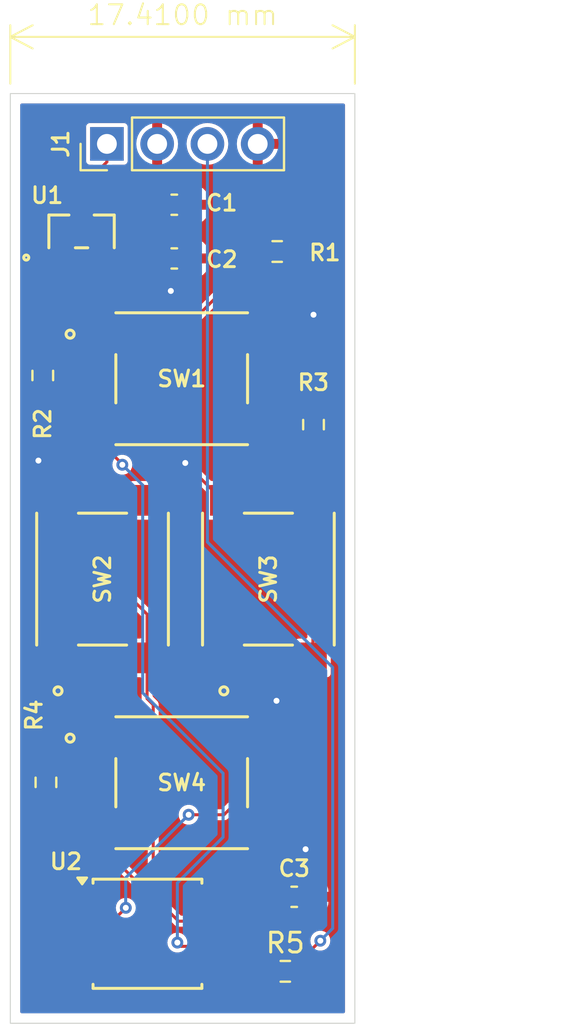
<source format=kicad_pcb>
(kicad_pcb (version 20240108) (generator "pcbnew") (generator_version "8.0")
  (layers (0 "F.Cu" signal) (31 "B.Cu" signal) (34 "B.Paste" user) (35 "F.Paste" user) (36 "B.SilkS" user "B.Silkscreen") (37 "F.SilkS" user "F.Silkscreen") (38 "B.Mask" user) (39 "F.Mask" user) (44 "Edge.Cuts" user))
  (net 0 "")
  (net 1 "VCC")
  (net 2 "GND")
  (net 3 "LED1")
  (net 4 "VDD_3.3V")
  (net 5 "SW_OUT1")
  (net 6 "SW_OUT2")
  (net 7 "SW_OUT3")
  (net 8 "SW_OUT4")
  (net 9 "Net-(U2-AREF{slash}PB0)")
  (footprint "Capacitor_SMD:C_0603_1608Metric" (layer "F.Cu") (at 192.425 71.14)
    (property "Reference" "C2" (at 2.404999 0.0496 0) (layer "F.SilkS") (effects (font (size 0.8 0.8))))
    (property "Value" "C")
    (fp_line (start -0.14058 -0.51) (end 0.14058 -0.51) (stroke (width 0.12)) (layer "F.SilkS"))
    (fp_line (start -0.14058 0.51) (end 0.14058 0.51) (stroke (width 0.12)) (layer "F.SilkS"))
    (pad "1" smd roundrect (at -0.775 0) (size 0.9 0.95) (layers "F.Cu" "F.Paste" "F.Mask") (net 4 "VDD_3.3V"))
    (pad "2" smd roundrect (at 0.775 0) (size 0.9 0.95) (layers "F.Cu" "F.Paste" "F.Mask") (net 2 "GND"))
  )
  (footprint "222AMVBAR:SO4_222A-M-V-B_CTS" (layer "F.Cu") (at 192.8 77.210001)
    (property "Reference" "SW1" (at 0 0 0) (layer "F.SilkS") (effects (font (size 0.8 0.8))))
    (property "Value" "222AMVBAR")
    (fp_line (start -3.3274 -1.217237) (end -3.3274 1.217237) (stroke (width 0.1524)) (layer "F.SilkS"))
    (fp_line (start -3.3274 3.3274) (end 3.3274 3.3274) (stroke (width 0.1524)) (layer "F.SilkS"))
    (fp_line (start 3.3274 -3.3274) (end -3.3274 -3.3274) (stroke (width 0.1524)) (layer "F.SilkS"))
    (fp_line (start 3.3274 1.217237) (end 3.3274 -1.217237) (stroke (width 0.1524)) (layer "F.SilkS"))
    (fp_circle (center -5.638999 -2.250001) (end -5.435799 -2.250001) (stroke (width 0.1524)) (fill none) (layer "F.SilkS"))
    (pad "1" smd rect (at -3.974998 -2.250001) (size 1.549908 1.400048) (layers "F.Cu" "F.Paste" "F.Mask"))
    (pad "2" smd rect (at -3.974998 2.250001) (size 1.549908 1.400048) (layers "F.Cu" "F.Paste" "F.Mask") (net 5 "SW_OUT1"))
    (pad "3" smd rect (at 3.974998 -2.250001) (size 1.549908 1.400048) (layers "F.Cu" "F.Paste" "F.Mask") (net 4 "VDD_3.3V"))
    (pad "4" smd rect (at 3.974998 2.250001) (size 1.549908 1.400048) (layers "F.Cu" "F.Paste" "F.Mask"))
  )
  (footprint "Package_SO:SOIC-8W_5.3x5.3mm_P1.27mm" (layer "F.Cu") (at 191.07 105.215)
    (property "Reference" "U2" (at -4.12 -3.645 360) (layer "F.SilkS") (effects (font (size 0.8 0.8))))
    (property "Value" "ATtiny85-20S")
    (fp_line (start -2.75 -2.755) (end -2.75 -2.55) (stroke (width 0.15)) (layer "F.SilkS"))
    (fp_line (start -2.75 -2.755) (end 2.75 -2.755) (stroke (width 0.15)) (layer "F.SilkS"))
    (fp_line (start -2.75 2.755) (end -2.75 2.55) (stroke (width 0.15)) (layer "F.SilkS"))
    (fp_line (start -2.75 2.755) (end 2.75 2.755) (stroke (width 0.15)) (layer "F.SilkS"))
    (fp_line (start 2.75 -2.755) (end 2.75 -2.55) (stroke (width 0.15)) (layer "F.SilkS"))
    (fp_line (start 2.75 2.755) (end 2.75 2.55) (stroke (width 0.15)) (layer "F.SilkS"))
    (fp_poly (pts (xy -3.3 -2.5) (xy -3.54 -2.83) (xy -3.06 -2.83) (xy -3.3 -2.5)) (stroke (width 0.12)) (fill solid) (layer "F.SilkS"))
    (pad "1" smd rect (at -3.65 -1.905) (size 1.7 0.65) (layers "F.Cu" "F.Paste" "F.Mask"))
    (pad "2" smd rect (at -3.65 -0.635) (size 1.7 0.65) (layers "F.Cu" "F.Paste" "F.Mask") (net 7 "SW_OUT3"))
    (pad "3" smd rect (at -3.65 0.635) (size 1.7 0.65) (layers "F.Cu" "F.Paste" "F.Mask") (net 8 "SW_OUT4"))
    (pad "4" smd rect (at -3.65 1.905) (size 1.7 0.65) (layers "F.Cu" "F.Paste" "F.Mask") (net 2 "GND"))
    (pad "5" smd rect (at 3.65 1.905) (size 1.7 0.65) (layers "F.Cu" "F.Paste" "F.Mask") (net 9 "Net-(U2-AREF{slash}PB0)"))
    (pad "6" smd rect (at 3.65 0.635) (size 1.7 0.65) (layers "F.Cu" "F.Paste" "F.Mask") (net 5 "SW_OUT1"))
    (pad "7" smd rect (at 3.65 -0.635) (size 1.7 0.65) (layers "F.Cu" "F.Paste" "F.Mask") (net 6 "SW_OUT2"))
    (pad "8" smd rect (at 3.65 -1.905) (size 1.7 0.65) (layers "F.Cu" "F.Paste" "F.Mask") (net 4 "VDD_3.3V"))
  )
  (footprint "Resistor_SMD:R_0603_1608Metric" (layer "F.Cu") (at 199.46 79.525 -90)
    (property "Reference" "R3" (at -2.125 0.01 180) (layer "F.SilkS") (effects (font (size 0.8 0.8))))
    (property "Value" "R")
    (fp_line (start -0.237258 0.5225) (end 0.237258 0.5225) (stroke (width 0.12)) (layer "F.SilkS"))
    (fp_line (start -0.237258 -0.5225) (end 0.237258 -0.5225) (stroke (width 0.12)) (layer "F.SilkS"))
    (pad "1" smd roundrect (at -0.825 0 270) (size 0.8 0.95) (layers "F.Cu" "F.Paste" "F.Mask") (net 2 "GND"))
    (pad "2" smd roundrect (at 0.825 0 270) (size 0.8 0.95) (layers "F.Cu" "F.Paste" "F.Mask") (net 7 "SW_OUT3"))
  )
  (footprint "Resistor_SMD:R_0603_1608Metric" (layer "F.Cu") (at 198.035 107.11)
    (property "Reference" "R5" (at 0 -1.43 0) (layer "F.SilkS"))
    (property "Value" "R")
    (fp_line (start -0.237258 -0.5225) (end 0.237258 -0.5225) (stroke (width 0.12)) (layer "F.SilkS"))
    (fp_line (start -0.237258 0.5225) (end 0.237258 0.5225) (stroke (width 0.12)) (layer "F.SilkS"))
    (pad "1" smd roundrect (at -0.825 0) (size 0.8 0.95) (layers "F.Cu" "F.Paste" "F.Mask") (net 9 "Net-(U2-AREF{slash}PB0)"))
    (pad "2" smd roundrect (at 0.825 0) (size 0.8 0.95) (layers "F.Cu" "F.Paste" "F.Mask") (net 3 "LED1"))
  )
  (footprint "Capacitor_SMD:C_0603_1608Metric" (layer "F.Cu") (at 192.425 68.43)
    (property "Reference" "C1" (at 2.395 -0.09 0) (layer "F.SilkS") (effects (font (size 0.8 0.8))))
    (property "Value" "C")
    (fp_line (start -0.14058 -0.51) (end 0.14058 -0.51) (stroke (width 0.12)) (layer "F.SilkS"))
    (fp_line (start -0.14058 0.51) (end 0.14058 0.51) (stroke (width 0.12)) (layer "F.SilkS"))
    (pad "1" smd roundrect (at -0.775 0) (size 0.9 0.95) (layers "F.Cu" "F.Paste" "F.Mask") (net 1 "VCC"))
    (pad "2" smd roundrect (at 0.775 0) (size 0.9 0.95) (layers "F.Cu" "F.Paste" "F.Mask") (net 2 "GND"))
  )
  (footprint "Capacitor_SMD:C_0603_1608Metric" (layer "F.Cu") (at 198.485 103.35)
    (property "Reference" "C3" (at 0 -1.43 0) (layer "F.SilkS") (effects (font (size 0.8 0.8))))
    (property "Value" "C")
    (fp_line (start -0.14058 -0.51) (end 0.14058 -0.51) (stroke (width 0.12)) (layer "F.SilkS"))
    (fp_line (start -0.14058 0.51) (end 0.14058 0.51) (stroke (width 0.12)) (layer "F.SilkS"))
    (pad "1" smd roundrect (at -0.775 0) (size 0.9 0.95) (layers "F.Cu" "F.Paste" "F.Mask") (net 4 "VDD_3.3V"))
    (pad "2" smd roundrect (at 0.775 0) (size 0.9 0.95) (layers "F.Cu" "F.Paste" "F.Mask") (net 2 "GND"))
  )
  (footprint "MCP1700T_2.5V:SOT-23_MC_MCH" (layer "F.Cu") (at 187.74 69.7752)
    (property "Reference" "U1" (at -1.74 -1.8152 0) (layer "F.SilkS") (effects (font (size 0.8 0.8))))
    (property "Value" "MCP1700")
    (fp_line (start -1.652 -0.827) (end -1.652 0.827) (stroke (width 0.1524)) (layer "F.SilkS"))
    (fp_line (start -0.63754 -0.827) (end -1.652 -0.827) (stroke (width 0.1524)) (layer "F.SilkS"))
    (fp_line (start -0.312461 0.827) (end 0.312461 0.827) (stroke (width 0.1524)) (layer "F.SilkS"))
    (fp_line (start 1.652 -0.827) (end 0.63754 -0.827) (stroke (width 0.1524)) (layer "F.SilkS"))
    (fp_line (start 1.652 0.827) (end 1.652 -0.827) (stroke (width 0.1524)) (layer "F.SilkS"))
    (fp_circle (center -2.795 1.32) (end -2.668 1.32) (stroke (width 0.1524)) (fill none) (layer "F.SilkS"))
    (pad "1" smd rect (at -0.950001 1.0152) (size 0.6096 1.3208) (layers "F.Cu" "F.Paste" "F.Mask") (net 2 "GND"))
    (pad "2" smd rect (at 0.950001 1.0152) (size 0.6096 1.3208) (layers "F.Cu" "F.Paste" "F.Mask") (net 4 "VDD_3.3V"))
    (pad "3" smd rect (at 0 -1.0152) (size 0.6096 1.3208) (layers "F.Cu" "F.Paste" "F.Mask") (net 1 "VCC"))
  )
  (footprint "222AMVBAR:SO4_222A-M-V-B_CTS" (layer "F.Cu") (at 197.180001 87.32 90)
    (property "Reference" "SW3" (at 0 0 90) (layer "F.SilkS") (effects (font (size 0.8 0.8))))
    (property "Value" "222AMVBAR")
    (fp_line (start 3.3274 -3.3274) (end -3.3274 -3.3274) (stroke (width 0.1524)) (layer "F.SilkS"))
    (fp_line (start -3.3274 -1.217237) (end -3.3274 1.217237) (stroke (width 0.1524)) (layer "F.SilkS"))
    (fp_line (start 3.3274 1.217237) (end 3.3274 -1.217237) (stroke (width 0.1524)) (layer "F.SilkS"))
    (fp_line (start -3.3274 3.3274) (end 3.3274 3.3274) (stroke (width 0.1524)) (layer "F.SilkS"))
    (fp_circle (center -5.638999 -2.250001) (end -5.435799 -2.250001) (stroke (width 0.1524)) (fill none) (layer "F.SilkS"))
    (pad "1" smd rect (at -3.974998 -2.250001 90) (size 1.549908 1.400048) (layers "F.Cu" "F.Paste" "F.Mask"))
    (pad "2" smd rect (at -3.974998 2.250001 90) (size 1.549908 1.400048) (layers "F.Cu" "F.Paste" "F.Mask") (net 7 "SW_OUT3"))
    (pad "3" smd rect (at 3.974998 -2.250001 90) (size 1.549908 1.400048) (layers "F.Cu" "F.Paste" "F.Mask") (net 4 "VDD_3.3V"))
    (pad "4" smd rect (at 3.974998 2.250001 90) (size 1.549908 1.400048) (layers "F.Cu" "F.Paste" "F.Mask"))
  )
  (footprint "Resistor_SMD:R_0603_1608Metric" (layer "F.Cu") (at 185.78 77.045 -90)
    (property "Reference" "R2" (at 2.445 0 90) (layer "F.SilkS") (effects (font (size 0.8 0.8))))
    (property "Value" "R")
    (fp_line (start -0.237258 0.5225) (end 0.237258 0.5225) (stroke (width 0.12)) (layer "F.SilkS"))
    (fp_line (start -0.237258 -0.5225) (end 0.237258 -0.5225) (stroke (width 0.12)) (layer "F.SilkS"))
    (pad "1" smd roundrect (at -0.825 0 270) (size 0.8 0.95) (layers "F.Cu" "F.Paste" "F.Mask") (net 2 "GND"))
    (pad "2" smd roundrect (at 0.825 0 270) (size 0.8 0.95) (layers "F.Cu" "F.Paste" "F.Mask") (net 6 "SW_OUT2"))
  )
  (footprint "Connector_PinHeader_2.54mm:PinHeader_1x04_P2.54mm_Vertical" (layer "F.Cu") (at 189.02 65.36 90)
    (property "Reference" "J1" (at 0 -2.33 -90) (layer "F.SilkS") (effects (font (size 0.8 0.8))))
    (property "Value" "Conn_01x04_Pin")
    (fp_line (start -1.33 -1.33) (end 0 -1.33) (stroke (width 0.12)) (layer "F.SilkS"))
    (fp_line (start -1.33 0) (end -1.33 -1.33) (stroke (width 0.12)) (layer "F.SilkS"))
    (fp_line (start 1.33 1.27) (end 1.33 8.95) (stroke (width 0.12)) (layer "F.SilkS"))
    (fp_line (start -1.33 1.27) (end 1.33 1.27) (stroke (width 0.12)) (layer "F.SilkS"))
    (fp_line (start -1.33 1.27) (end -1.33 8.95) (stroke (width 0.12)) (layer "F.SilkS"))
    (fp_line (start -1.33 8.95) (end 1.33 8.95) (stroke (width 0.12)) (layer "F.SilkS"))
    (pad "1" thru_hole rect (at 0 0 90) (size 1.7 1.7) (drill 1) (layers "*.Cu" "*.Mask") (net 1 "VCC"))
    (pad "2" thru_hole oval (at 0 2.54 90) (size 1.7 1.7) (drill 1) (layers "*.Cu" "*.Mask") (net 2 "GND"))
    (pad "3" thru_hole oval (at 0 5.08 90) (size 1.7 1.7) (drill 1) (layers "*.Cu" "*.Mask") (net 3 "LED1"))
    (pad "4" thru_hole oval (at 0 7.62 90) (size 1.7 1.7) (drill 1) (layers "*.Cu" "*.Mask") (net 2 "GND"))
  )
  (footprint "Resistor_SMD:R_0603_1608Metric" (layer "F.Cu") (at 197.625 70.79)
    (property "Reference" "R1" (at 2.405 0.06 0) (layer "F.SilkS") (effects (font (size 0.8 0.8))))
    (property "Value" "R")
    (fp_line (start -0.237258 -0.5225) (end 0.237258 -0.5225) (stroke (width 0.12)) (layer "F.SilkS"))
    (fp_line (start -0.237258 0.5225) (end 0.237258 0.5225) (stroke (width 0.12)) (layer "F.SilkS"))
    (pad "1" smd roundrect (at -0.825 0) (size 0.8 0.95) (layers "F.Cu" "F.Paste" "F.Mask") (net 2 "GND"))
    (pad "2" smd roundrect (at 0.825 0) (size 0.8 0.95) (layers "F.Cu" "F.Paste" "F.Mask") (net 5 "SW_OUT1"))
  )
  (footprint "222AMVBAR:SO4_222A-M-V-B_CTS" (layer "F.Cu") (at 192.8 97.593901)
    (property "Reference" "SW4" (at 0 0 0) (layer "F.SilkS") (effects (font (size 0.8 0.8))))
    (property "Value" "222AMVBAR")
    (fp_line (start -3.3274 -1.217237) (end -3.3274 1.217237) (stroke (width 0.1524)) (layer "F.SilkS"))
    (fp_line (start -3.3274 3.3274) (end 3.3274 3.3274) (stroke (width 0.1524)) (layer "F.SilkS"))
    (fp_line (start 3.3274 -3.3274) (end -3.3274 -3.3274) (stroke (width 0.1524)) (layer "F.SilkS"))
    (fp_line (start 3.3274 1.217237) (end 3.3274 -1.217237) (stroke (width 0.1524)) (layer "F.SilkS"))
    (fp_circle (center -5.638999 -2.250001) (end -5.435799 -2.250001) (stroke (width 0.1524)) (fill none) (layer "F.SilkS"))
    (pad "1" smd rect (at -3.974998 -2.250001) (size 1.549908 1.400048) (layers "F.Cu" "F.Paste" "F.Mask"))
    (pad "2" smd rect (at -3.974998 2.250001) (size 1.549908 1.400048) (layers "F.Cu" "F.Paste" "F.Mask") (net 8 "SW_OUT4"))
    (pad "3" smd rect (at 3.974998 -2.250001) (size 1.549908 1.400048) (layers "F.Cu" "F.Paste" "F.Mask") (net 4 "VDD_3.3V"))
    (pad "4" smd rect (at 3.974998 2.250001) (size 1.549908 1.400048) (layers "F.Cu" "F.Paste" "F.Mask"))
  )
  (footprint "222AMVBAR:SO4_222A-M-V-B_CTS" (layer "F.Cu") (at 188.8 87.32 90)
    (property "Reference" "SW2" (at 0 0 90) (layer "F.SilkS") (effects (font (size 0.8 0.8))))
    (property "Value" "222AMVBAR")
    (fp_line (start 3.3274 -3.3274) (end -3.3274 -3.3274) (stroke (width 0.1524)) (layer "F.SilkS"))
    (fp_line (start -3.3274 -1.217237) (end -3.3274 1.217237) (stroke (width 0.1524)) (layer "F.SilkS"))
    (fp_line (start 3.3274 1.217237) (end 3.3274 -1.217237) (stroke (width 0.1524)) (layer "F.SilkS"))
    (fp_line (start -3.3274 3.3274) (end 3.3274 3.3274) (stroke (width 0.1524)) (layer "F.SilkS"))
    (fp_circle (center -5.638999 -2.250001) (end -5.435799 -2.250001) (stroke (width 0.1524)) (fill none) (layer "F.SilkS"))
    (pad "1" smd rect (at -3.974998 -2.250001 90) (size 1.549908 1.400048) (layers "F.Cu" "F.Paste" "F.Mask"))
    (pad "2" smd rect (at -3.974998 2.250001 90) (size 1.549908 1.400048) (layers "F.Cu" "F.Paste" "F.Mask") (net 6 "SW_OUT2"))
    (pad "3" smd rect (at 3.974998 -2.250001 90) (size 1.549908 1.400048) (layers "F.Cu" "F.Paste" "F.Mask") (net 4 "VDD_3.3V"))
    (pad "4" smd rect (at 3.974998 2.250001 90) (size 1.549908 1.400048) (layers "F.Cu" "F.Paste" "F.Mask"))
  )
  (footprint "Resistor_SMD:R_0603_1608Metric" (layer "F.Cu") (at 185.94 97.575 90)
    (property "Reference" "R4" (at 3.385 -0.6 270) (layer "F.SilkS") (effects (font (size 0.8 0.8))))
    (property "Value" "R")
    (fp_line (start -0.237258 -0.5225) (end 0.237258 -0.5225) (stroke (width 0.12)) (layer "F.SilkS"))
    (fp_line (start -0.237258 0.5225) (end 0.237258 0.5225) (stroke (width 0.12)) (layer "F.SilkS"))
    (pad "1" smd roundrect (at -0.825 0 90) (size 0.8 0.95) (layers "F.Cu" "F.Paste" "F.Mask") (net 8 "SW_OUT4"))
    (pad "2" smd roundrect (at 0.825 0 90) (size 0.8 0.95) (layers "F.Cu" "F.Paste" "F.Mask") (net 2 "GND"))
  )
  (gr_rect (start 184.14 62.82) (end 201.55 109.73) (stroke (width 0.05)) (fill none) (layer "Edge.Cuts"))
  (dimension (type aligned) (layer "F.SilkS") (pts (xy 184.14 62.82) (xy 201.55 62.82)) (height -2.86) (gr_text "17.4100 mm" (at 192.845 58.86 0) (layer "F.SilkS") (effects (font (size 1 1) (thickness 0.1)))) (format (prefix "") (suffix "") (units 3) (units_format 1) (precision 4)) (style (thickness 0.1) (arrow_length 1.27) (text_position_mode 0) (extension_height 0.58642) (extension_offset 0.5) keep_text_aligned))
  (segment (start 189.28 68.76) (end 189.61 68.43) (width 0.1524) (layer "F.Cu") (net 1))
  (segment (start 189.02 66.27) (end 189.02 65.36) (width 0.1524) (layer "F.Cu") (net 1))
  (segment (start 187.74 67.55) (end 189.02 66.27) (width 0.1524) (layer "F.Cu") (net 1))
  (segment (start 189.61 68.43) (end 191.65 68.43) (width 0.1524) (layer "F.Cu") (net 1))
  (segment (start 187.74 68.76) (end 189.28 68.76) (width 0.1524) (layer "F.Cu") (net 1))
  (segment (start 187.74 68.76) (end 187.74 67.55) (width 0.1524) (layer "F.Cu") (net 1))
  (segment (start 198.86 106.51) (end 198.86 107.11) (width 0.1524) (layer "F.Cu") (net 3))
  (segment (start 199.805 105.565) (end 198.86 106.51) (width 0.1524) (layer "F.Cu") (net 3))
  (via (at 199.805 105.565) (size 0.6) (drill 0.3) (layers "F.Cu" "B.Cu") (net 3))
  (segment (start 199.805 105.565) (end 200.43 104.94) (width 0.1524) (layer "B.Cu") (net 3))
  (segment (start 200.43 104.94) (end 200.43 91.78) (width 0.1524) (layer "B.Cu") (net 3))
  (segment (start 194.1 85.45) (end 194.1 65.36) (width 0.1524) (layer "B.Cu") (net 3))
  (segment (start 200.43 91.78) (end 194.1 85.45) (width 0.1524) (layer "B.Cu") (net 3))
  (segment (start 191.65 72.18) (end 191.65 71.14) (width 0.1524) (layer "F.Cu") (net 4))
  (segment (start 197.71 102.31) (end 198.59 101.43) (width 0.1524) (layer "F.Cu") (net 4))
  (segment (start 186.549999 82.329999) (end 185.56 81.34) (width 0.1524) (layer "F.Cu") (net 4))
  (segment (start 196.774998 74.96) (end 198.48 74.96) (width 0.1524) (layer "F.Cu") (net 4))
  (segment (start 198.59 101.43) (end 199.06 100.96) (width 0.1524) (layer "F.Cu") (net 4))
  (segment (start 189.8204 70.7904) (end 188.690001 70.7904) (width 0.1524) (layer "F.Cu") (net 4))
  (segment (start 194.76 103.35) (end 194.72 103.31) (width 0.1524) (layer "F.Cu") (net 4))
  (segment (start 192.25 72.78) (end 191.65 72.18) (width 0.1524) (layer "F.Cu") (net 4))
  (segment (start 197.71 103.35) (end 197.71 102.31) (width 0.1524) (layer "F.Cu") (net 4))
  (segment (start 194.865002 83.345002) (end 192.98 81.46) (width 0.1524) (layer "F.Cu") (net 4))
  (segment (start 190.17 71.14) (end 189.8204 70.7904) (width 0.1524) (layer "F.Cu") (net 4))
  (segment (start 198.48 74.96) (end 199.46 73.98) (width 0.1524) (layer "F.Cu") (net 4))
  (segment (start 197.71 103.35) (end 194.76 103.35) (width 0.1524) (layer "F.Cu") (net 4))
  (segment (start 186.549999 83.345002) (end 186.549999 82.329999) (width 0.1524) (layer "F.Cu") (net 4))
  (segment (start 196.774998 94.275002) (end 197.59 93.46) (width 0.1524) (layer "F.Cu") (net 4))
  (segment (start 191.65 71.14) (end 190.17 71.14) (width 0.1524) (layer "F.Cu") (net 4))
  (segment (start 196.774998 95.3439) (end 196.774998 94.275002) (width 0.1524) (layer "F.Cu") (net 4))
  (segment (start 194.93 83.345002) (end 194.865002 83.345002) (width 0.1524) (layer "F.Cu") (net 4))
  (segment (start 199.06 100.96) (end 199.06 100.95) (width 0.1524) (layer "F.Cu") (net 4))
  (via (at 185.56 81.34) (size 0.6) (drill 0.3) (layers "F.Cu" "B.Cu") (net 4))
  (via (at 192.98 81.46) (size 0.6) (drill 0.3) (layers "F.Cu" "B.Cu") (net 4))
  (via (at 197.59 93.46) (size 0.6) (drill 0.3) (layers "F.Cu" "B.Cu") (net 4))
  (via (at 199.46 73.98) (size 0.6) (drill 0.3) (layers "F.Cu" "B.Cu") (net 4))
  (via (at 199.06 100.95) (size 0.6) (drill 0.3) (layers "F.Cu" "B.Cu") (net 4))
  (via (at 192.25 72.78) (size 0.6) (drill 0.3) (layers "F.Cu" "B.Cu") (net 4))
  (segment (start 197.63 72.91) (end 198.45 72.09) (width 0.1524) (layer "F.Cu") (net 5))
  (segment (start 188.825002 80.545002) (end 188.825002 79.460002) (width 0.1524) (layer "F.Cu") (net 5))
  (segment (start 189.8 81.52) (end 188.825002 80.545002) (width 0.1524) (layer "F.Cu") (net 5))
  (segment (start 198.45 72.09) (end 198.45 70.79) (width 0.1524) (layer "F.Cu") (net 5))
  (segment (start 192.92 76.83) (end 192.92 74.72) (width 0.1524) (layer "F.Cu") (net 5))
  (segment (start 189.8 81.55) (end 189.8 81.52) (width 0.1524) (layer "F.Cu") (net 5))
  (segment (start 192.77 105.85) (end 192.58 105.66) (width 0.1524) (layer "F.Cu") (net 5))
  (segment (start 194.73 72.91) (end 197.63 72.91) (width 0.1524) (layer "F.Cu") (net 5))
  (segment (start 192.92 74.72) (end 194.73 72.91) (width 0.1524) (layer "F.Cu") (net 5))
  (segment (start 194.72 105.85) (end 192.77 105.85) (width 0.1524) (layer "F.Cu") (net 5))
  (segment (start 190.289998 79.460002) (end 192.92 76.83) (width 0.1524) (layer "F.Cu") (net 5))
  (segment (start 188.825002 79.460002) (end 190.289998 79.460002) (width 0.1524) (layer "F.Cu") (net 5))
  (via (at 189.8 81.55) (size 0.6) (drill 0.3) (layers "F.Cu" "B.Cu") (net 5))
  (via (at 192.58 105.66) (size 0.6) (drill 0.3) (layers "F.Cu" "B.Cu") (net 5))
  (segment (start 194.89 97.12) (end 194.89 100.34) (width 0.1524) (layer "B.Cu") (net 5))
  (segment (start 189.8 81.55) (end 190.83 82.58) (width 0.1524) (layer "B.Cu") (net 5))
  (segment (start 192.58 102.65) (end 192.58 105.66) (width 0.1524) (layer "B.Cu") (net 5))
  (segment (start 190.83 93.06) (end 194.89 97.12) (width 0.1524) (layer "B.Cu") (net 5))
  (segment (start 190.83 82.58) (end 190.83 93.06) (width 0.1524) (layer "B.Cu") (net 5))
  (segment (start 194.89 100.34) (end 192.58 102.65) (width 0.1524) (layer "B.Cu") (net 5))
  (segment (start 188.83 86.87) (end 191.050001 89.090001) (width 0.1524) (layer "F.Cu") (net 6))
  (segment (start 188.83 82.79) (end 188.83 86.87) (width 0.1524) (layer "F.Cu") (net 6))
  (segment (start 194.72 104.58) (end 192.64 104.58) (width 0.1524) (layer "F.Cu") (net 6))
  (segment (start 191.36 93.66) (end 191.050001 93.350001) (width 0.1524) (layer "F.Cu") (net 6))
  (segment (start 192.64 104.58) (end 191.36 103.3) (width 0.1524) (layer "F.Cu") (net 6))
  (segment (start 185.78 79.74) (end 188.83 82.79) (width 0.1524) (layer "F.Cu") (net 6))
  (segment (start 191.050001 93.350001) (end 191.050001 91.294998) (width 0.1524) (layer "F.Cu") (net 6))
  (segment (start 185.78 77.87) (end 185.78 79.74) (width 0.1524) (layer "F.Cu") (net 6))
  (segment (start 191.050001 89.090001) (end 191.050001 91.294998) (width 0.1524) (layer "F.Cu") (net 6))
  (segment (start 191.36 103.3) (end 191.36 93.66) (width 0.1524) (layer "F.Cu") (net 6))
  (segment (start 189.975 103.905) (end 189.3 104.58) (width 0.1524) (layer "F.Cu") (net 7))
  (segment (start 197.18 82.2) (end 197.18 85.07) (width 0.1524) (layer "F.Cu") (net 7))
  (segment (start 197.17 82.19) (end 197.18 82.2) (width 0.1524) (layer "F.Cu") (net 7))
  (segment (start 194.936276 99.21) (end 199.430002 94.716274) (width 0.1524) (layer "F.Cu") (net 7))
  (segment (start 197.18 85.07) (end 199.430002 87.320002) (width 0.1524) (layer "F.Cu") (net 7))
  (segment (start 199.430002 87.320002) (end 199.430002 91.294998) (width 0.1524) (layer "F.Cu") (net 7))
  (segment (start 193.15 99.21) (end 194.936276 99.21) (width 0.1524) (layer "F.Cu") (net 7))
  (segment (start 198.72 80.35) (end 197.17 81.9) (width 0.1524) (layer "F.Cu") (net 7))
  (segment (start 199.46 80.35) (end 198.72 80.35) (width 0.1524) (layer "F.Cu") (net 7))
  (segment (start 189.3 104.58) (end 187.42 104.58) (width 0.1524) (layer "F.Cu") (net 7))
  (segment (start 197.17 81.9) (end 197.17 82.19) (width 0.1524) (layer "F.Cu") (net 7))
  (segment (start 199.430002 94.716274) (end 199.430002 91.294998) (width 0.1524) (layer "F.Cu") (net 7))
  (via (at 193.15 99.21) (size 0.6) (drill 0.3) (layers "F.Cu" "B.Cu") (net 7))
  (via (at 189.975 103.905) (size 0.6) (drill 0.3) (layers "F.Cu" "B.Cu") (net 7))
  (segment (start 189.97 102.39) (end 189.97 103.9) (width 0.1524) (layer "B.Cu") (net 7))
  (segment (start 193.15 99.21) (end 189.97 102.39) (width 0.1524) (layer "B.Cu") (net 7))
  (segment (start 189.97 103.9) (end 189.975 103.905) (width 0.1524) (layer "B.Cu") (net 7))
  (segment (start 185.94 99.19) (end 185.94 98.4) (width 0.1524) (layer "F.Cu") (net 8))
  (segment (start 186.593902 99.843902) (end 185.94 99.19) (width 0.1524) (layer "F.Cu") (net 8))
  (segment (start 190.82 102.88) (end 188.825002 100.885002) (width 0.1524) (layer "F.Cu") (net 8))
  (segment (start 187.42 105.85) (end 190.12 105.85) (width 0.1524) (layer "F.Cu") (net 8))
  (segment (start 190.82 105.15) (end 190.82 102.88) (width 0.1524) (layer "F.Cu") (net 8))
  (segment (start 188.825002 100.885002) (end 188.825002 99.843902) (width 0.1524) (layer "F.Cu") (net 8))
  (segment (start 188.825002 99.843902) (end 186.593902 99.843902) (width 0.1524) (layer "F.Cu") (net 8))
  (segment (start 190.12 105.85) (end 190.82 105.15) (width 0.1524) (layer "F.Cu") (net 8))
  (segment (start 194.73 107.11) (end 194.72 107.12) (width 0.1524) (layer "F.Cu") (net 9))
  (segment (start 197.2 107.12) (end 197.21 107.11) (width 0.1524) (layer "F.Cu") (net 9))
  (segment (start 194.72 107.12) (end 197.2 107.12) (width 0.1524) (layer "F.Cu") (net 9))
  (zone (net 2) (net_name "GND") (layer "F.Cu") (connect_pads (clearance 0.1524)) (min_thickness 0.1524) (fill yes (thermal_gap 0.5) (thermal_bridge_width 0.5))
    (polygon (pts (xy 184.19 62.88) (xy 201.39 63.02) (xy 201.24 109.56) (xy 184.29 109.69)))
  )
  (zone (net 4) (net_name "VDD_3.3V") (layer "B.Cu") (priority 1) (connect_pads (clearance 0.15)) (min_thickness 0.15) (fill yes (thermal_gap 0.5) (thermal_bridge_width 0.5))
    (polygon (pts (xy 184.18 62.87) (xy 201.39 62.98) (xy 201.22 109.56) (xy 184.22 109.5)))
  )
)
</source>
